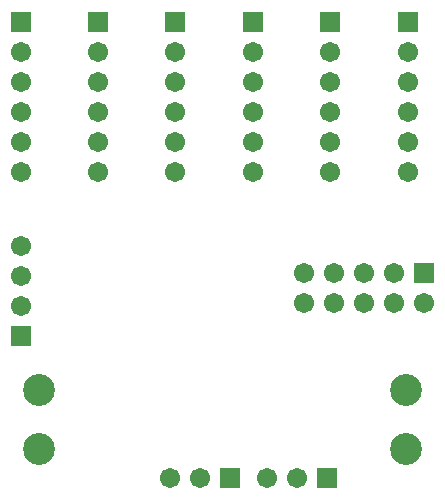
<source format=gbs>
G04*
G04 #@! TF.GenerationSoftware,Altium Limited,Altium Designer,19.0.10 (269)*
G04*
G04 Layer_Color=16711935*
%FSLAX25Y25*%
%MOIN*%
G70*
G01*
G75*
%ADD41R,0.06706X0.06706*%
%ADD42C,0.06706*%
%ADD43R,0.06706X0.06706*%
%ADD44C,0.10642*%
D41*
X219886Y209000D02*
D03*
X252000D02*
D03*
X284500Y277500D02*
D03*
D42*
X209886Y209000D02*
D03*
X199886D02*
D03*
X175800Y351000D02*
D03*
Y341000D02*
D03*
Y331000D02*
D03*
Y321000D02*
D03*
Y311000D02*
D03*
X150000Y351000D02*
D03*
Y341000D02*
D03*
Y331000D02*
D03*
Y321000D02*
D03*
Y311000D02*
D03*
Y266500D02*
D03*
Y276500D02*
D03*
Y286500D02*
D03*
X227400Y351000D02*
D03*
Y341000D02*
D03*
Y331000D02*
D03*
Y321000D02*
D03*
Y311000D02*
D03*
X201600Y351000D02*
D03*
Y341000D02*
D03*
Y331000D02*
D03*
Y321000D02*
D03*
Y311000D02*
D03*
X242000Y209000D02*
D03*
X232000D02*
D03*
X254500Y267500D02*
D03*
Y277500D02*
D03*
X264500Y267500D02*
D03*
Y277500D02*
D03*
X274500Y267500D02*
D03*
Y277500D02*
D03*
X284500Y267500D02*
D03*
X244500D02*
D03*
Y277500D02*
D03*
X279000Y351000D02*
D03*
Y341000D02*
D03*
Y331000D02*
D03*
Y321000D02*
D03*
Y311000D02*
D03*
X253200Y351000D02*
D03*
Y341000D02*
D03*
Y331000D02*
D03*
Y321000D02*
D03*
Y311000D02*
D03*
D43*
X175800Y361000D02*
D03*
X150000D02*
D03*
Y256500D02*
D03*
X227400Y361000D02*
D03*
X201600D02*
D03*
X279000D02*
D03*
X253200D02*
D03*
D44*
X278500Y238342D02*
D03*
Y218657D02*
D03*
X156000D02*
D03*
Y238342D02*
D03*
M02*

</source>
